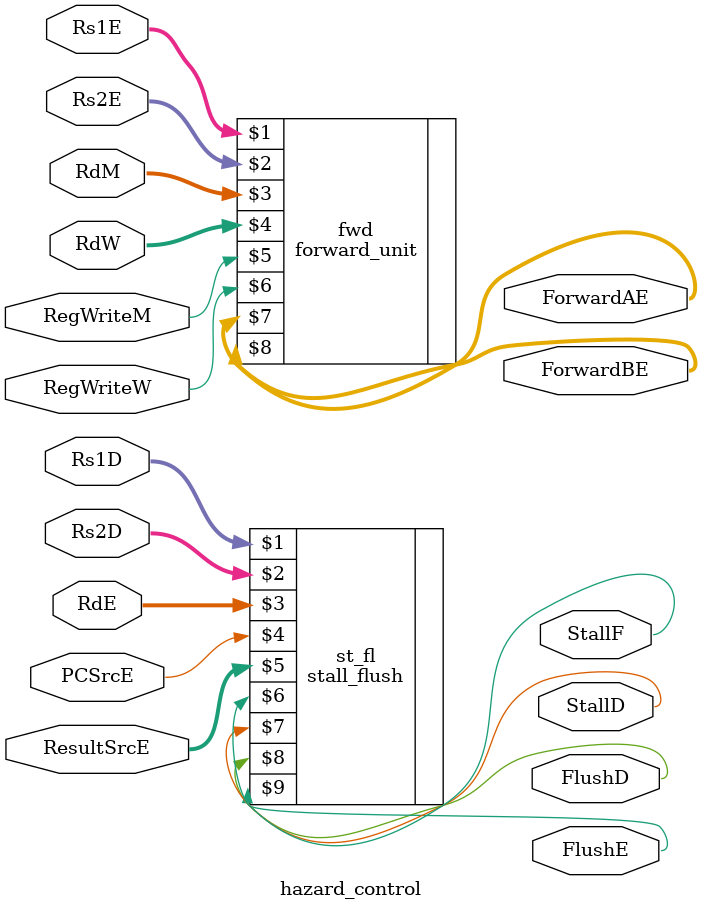
<source format=v>
module hazard_control(
    input [4:0] Rs1D, Rs1E,
    input [4:0] Rs2D, Rs2E,
    input [4:0] RdE, RdM, RdW,
    input PCSrcE,
    input RegWriteM, RegWriteW,
    input [1:0] ResultSrcE,
    
    output StallF, StallD,
    output FlushD, FlushE,
    output [1:0] ForwardAE, ForwardBE
    );

    
    forward_unit fwd (Rs1E, Rs2E, RdM, RdW, RegWriteM, RegWriteW, ForwardAE, ForwardBE);
     
    stall_flush st_fl (Rs1D, Rs2D, RdE, PCSrcE, ResultSrcE, StallF, StallD, FlushD, FlushE);
    
endmodule

</source>
